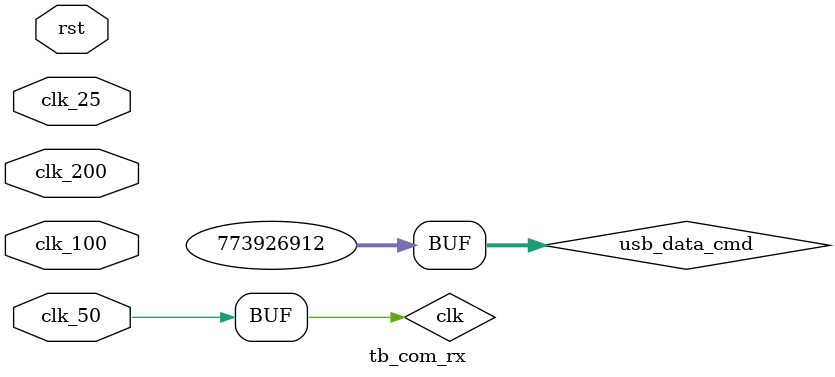
<source format=v>
module tb_com_rx(
    input clk_25,
    input clk_50,
    input clk_100, 
    input clk_200,
    input rst
);

    wire clk;
    assign clk = clk_50;

    localparam BAG_INIT = 4'b0000;
    localparam BAG_ACK = 4'b0001, BAG_NAK = 4'b0010, BAG_STL = 4'b0011;
    localparam BAG_DIDX = 4'b0101, BAG_DPARAM = 4'b0110, BAG_DDIDX = 4'b0111;

    reg [7:0] state, next_state;
    localparam IDLE = 8'h00, WAIT = 8'h07, DONE = 8'h08;
    localparam ACK_IDLE = 8'h10, ACK_WORK = 8'h11, ACK_WAIT = 8'h12;
    localparam ACK_READ = 8'h13, ACK_DONE = 8'h14;
    localparam NAK_IDLE = 8'h20, NAK_WORK = 8'h21, NAK_WAIT = 8'h22;
    localparam NAK_READ = 8'h23, NAK_DONE = 8'h24;
    localparam STL_IDLE = 8'h30, STL_WORK = 8'h31, STL_WAIT = 8'h32;
    localparam STL_READ = 8'h33, STL_DONE = 8'h34;
    localparam DIDX_IDLE = 8'h40, DIDX_WORK = 8'h41, DIDX_WAIT = 8'h42;
    localparam DIDX_READ = 8'h43, DIDX_DONE = 8'h44;
    localparam DDIDX_IDLE = 8'h50, DDIDX_WORK = 8'h51, DDIDX_WAIT = 8'h52;
    localparam DDIDX_READ = 8'h53, DDIDX_DONE = 8'h54;
    localparam DPARAM_IDLE = 8'h60, DPARAM_WORK = 8'h61, DPARAM_WAIT = 8'h62;
    localparam DPARAM_READ = 8'h63, DPARAM_DONE = 8'h64;

    wire [31:0] usb_data_cmd, com_data_cmd;
    wire fs_usb_tx, fd_usb_tx;
    wire fs_com_rx, fd_com_rx;
    wire [7:0] usb_txd, com_rxd;
    reg [3:0] tx_btype;
    wire [3:0] rx_btype;

    assign com_rxd = usb_txd;
    assign usb_data_cmd = 32'h2E213000;
    assign fs_usb_tx = (state[3:0] == ACK_WORK[3:0]);
    assign fd_com_rx = (state[3:0] == ACK_READ[3:0]);

    always@(posedge clk or posedge rst) begin
        if(rst) state <= IDLE;
        else state <= next_state;
    end
    
    always@(*) begin
        case(state)
            IDLE: next_state <= WAIT;
            WAIT: next_state <= ACK_IDLE;
            DONE: next_state <= WAIT;

            ACK_IDLE: next_state <= ACK_WORK;
            ACK_WORK: begin
                if(fd_usb_tx) next_state <= ACK_WAIT;
                else next_state <= ACK_WORK;
            end
            ACK_WAIT: begin
                if(fs_com_rx) next_state <= ACK_READ;
                else next_state <= ACK_WAIT;
            end
            ACK_READ: begin
                if(~fs_com_rx) next_state <= ACK_DONE;
                else next_state <= ACK_READ;
            end
            ACK_DONE: next_state <= NAK_IDLE;

            NAK_IDLE: next_state <= NAK_WORK;
            NAK_WORK: begin
                if(fd_usb_tx) next_state <= NAK_WAIT;
                else next_state <= NAK_WORK;
            end
            NAK_WAIT: begin
                if(fs_com_rx) next_state <= NAK_READ;
                else next_state <= NAK_WAIT;
            end
            NAK_READ: begin
                if(~fs_com_rx) next_state <= NAK_DONE;
                else next_state <= NAK_READ;
            end
            NAK_DONE: next_state <= STL_IDLE;
                
            STL_IDLE: next_state <= STL_WORK;
            STL_WORK: begin
                if(fd_usb_tx) next_state <= STL_WAIT;
                else next_state <= STL_WORK;
            end
            STL_WAIT: begin
                if(fs_com_rx) next_state <= STL_READ;
                else next_state <= STL_WAIT;
            end
            STL_READ: begin
                if(~fs_com_rx) next_state <= STL_DONE;
                else next_state <= STL_READ;
            end
            STL_DONE: next_state <= DIDX_IDLE;
                
            DIDX_IDLE: next_state <= DIDX_WORK;
            DIDX_WORK: begin
                if(fd_usb_tx) next_state <= DIDX_WAIT;
                else next_state <= DIDX_WORK;
            end
            DIDX_WAIT: begin
                if(fs_com_rx) next_state <= DIDX_READ;
                else next_state <= DIDX_WAIT;
            end
            DIDX_READ: begin
                if(~fs_com_rx) next_state <= DIDX_DONE;
                else next_state <= DIDX_READ;
            end
            DIDX_DONE: next_state <= DDIDX_IDLE;
                
            DDIDX_IDLE: next_state <= DDIDX_WORK;
            DDIDX_WORK: begin
                if(fd_usb_tx) next_state <= DDIDX_WAIT;
                else next_state <= DDIDX_WORK;
            end
            DDIDX_WAIT: begin
                if(fs_com_rx) next_state <= DDIDX_READ;
                else next_state <= DDIDX_WAIT;
            end
            DDIDX_READ: begin
                if(~fs_com_rx) next_state <= DDIDX_DONE;
                else next_state <= DDIDX_READ;
            end
            DDIDX_DONE: next_state <= DPARAM_IDLE;
                
            DPARAM_IDLE: next_state <= DPARAM_WORK;
            DPARAM_WORK: begin
                if(fd_usb_tx) next_state <= DPARAM_WAIT;
                else next_state <= DPARAM_WORK;
            end
            DPARAM_WAIT: begin
                if(fs_com_rx) next_state <= DPARAM_READ;
                else next_state <= DPARAM_WAIT;
            end
            DPARAM_READ: begin
                if(~fs_com_rx) next_state <= DPARAM_DONE;
                else next_state <= DPARAM_READ;
            end
            DPARAM_DONE: next_state <= DONE;

            default: next_state <= IDLE;
        endcase
    end

    always@(posedge clk or posedge rst) begin
        if(rst) tx_btype <= BAG_INIT;
        else if(state == IDLE) tx_btype <= BAG_INIT;
        else if(state == WAIT) tx_btype <= BAG_INIT;
        else if(state == DONE) tx_btype <= BAG_INIT;
        else if(state == ACK_IDLE) tx_btype <= BAG_ACK;
        else if(state == NAK_IDLE) tx_btype <= BAG_NAK;
        else if(state == STL_IDLE) tx_btype <= BAG_STL;
        else if(state == DIDX_IDLE) tx_btype <= BAG_DIDX;
        else if(state == DDIDX_IDLE) tx_btype <= BAG_DDIDX;
        else if(state == DPARAM_IDLE) tx_btype <= BAG_DPARAM;
        else tx_btype <= tx_btype;
    end



    usb_tx
    usb_tx_dut(
        .clk(clk_50),
        .rst(rst),

        .fs(fs_usb_tx),
        .fd(fd_usb_tx),

        .btype(tx_btype),
        .data_cmd(usb_data_cmd),

        .usb_txd(usb_txd)
    );



    com_rx
    com_rx_dut(
        .clk(clk_50),
        .rst(rst),

        .fs(fs_com_rx),
        .fd(fd_com_rx),

        .com_rxd(com_rxd),

        .btype(rx_btype),
        .data_cmd(com_data_cmd)
    );






endmodule
</source>
